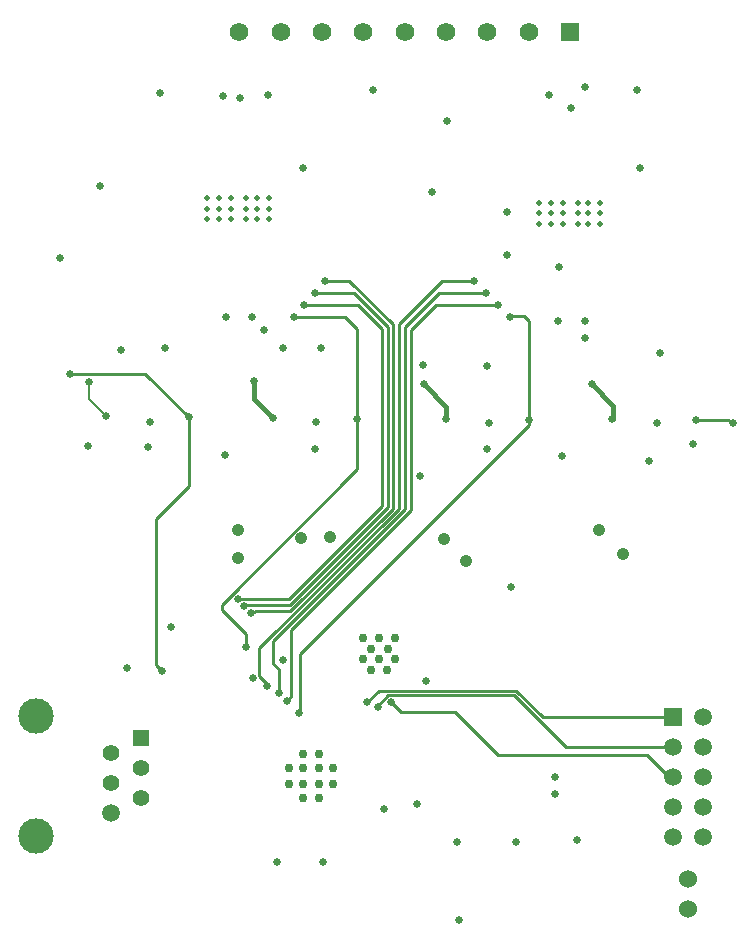
<source format=gbl>
G04*
G04 #@! TF.GenerationSoftware,Altium Limited,Altium Designer,22.10.1 (41)*
G04*
G04 Layer_Physical_Order=4*
G04 Layer_Color=16711680*
%FSLAX24Y24*%
%MOIN*%
G70*
G04*
G04 #@! TF.SameCoordinates,1A49A545-8501-46E2-8B4D-154AAFE9D792*
G04*
G04*
G04 #@! TF.FilePolarity,Positive*
G04*
G01*
G75*
%ADD11C,0.0100*%
%ADD53C,0.0617*%
%ADD54R,0.0617X0.0617*%
%ADD55C,0.0300*%
%ADD56R,0.0591X0.0591*%
%ADD57C,0.0591*%
%ADD58C,0.0200*%
%ADD59C,0.0551*%
%ADD60C,0.1181*%
%ADD61R,0.0551X0.0551*%
%ADD62C,0.0260*%
%ADD63C,0.0600*%
%ADD64C,0.0420*%
%ADD65C,0.0150*%
%ADD66C,0.0060*%
D11*
X13800Y16950D02*
X21437Y24587D01*
Y24731D01*
X13800Y15000D02*
Y16950D01*
X8650Y26300D02*
X10100Y24850D01*
X6150Y26300D02*
X8650D01*
X10100Y22546D02*
Y24850D01*
X28207Y24650D02*
X28250D01*
X28091Y24765D02*
X28207Y24650D01*
X27013Y24765D02*
X28091D01*
X21437Y24731D02*
X21462Y24757D01*
Y28053D01*
X21279Y28235D02*
X21462Y28053D01*
X11200Y18600D02*
X15708Y23108D01*
Y27792D01*
X15300Y28200D02*
X15708Y27792D01*
X9000Y21446D02*
X10100Y22546D01*
X21079Y28235D02*
X21279D01*
X13600Y28200D02*
X15300D01*
X20800D02*
X20831Y28231D01*
X21074D01*
X21079Y28235D01*
X17500Y27750D02*
X18350Y28600D01*
X20400D01*
X17300Y27850D02*
X18450Y29000D01*
X20000D01*
X18550Y29400D02*
X19600D01*
X17100Y27950D02*
X18550Y29400D01*
X15750Y28600D02*
X16550Y27800D01*
X13950Y28600D02*
X15750D01*
X15600Y29000D02*
X16750Y27850D01*
X14300Y29000D02*
X15600D01*
X15450Y29400D02*
X16900Y27950D01*
X14650Y29400D02*
X15450D01*
X12450Y17136D02*
X17100Y21786D01*
X12450Y16213D02*
Y17136D01*
Y16213D02*
X12720Y15943D01*
X13387Y15387D02*
Y15409D01*
X13504Y15526D02*
Y17766D01*
X17500Y21762D01*
X13387Y15409D02*
X13504Y15526D01*
X12927Y16634D02*
Y17401D01*
Y16634D02*
X13100Y16461D01*
X12927Y17401D02*
X17300Y21774D01*
X13100Y15650D02*
Y16461D01*
X12720Y15900D02*
Y15943D01*
X18965Y15035D02*
X20400Y13600D01*
X25367D01*
X26117Y12850D01*
X26250D01*
X16900Y21799D02*
Y27950D01*
X16750Y21861D02*
Y27850D01*
X16550Y21873D02*
Y27800D01*
X9000Y16600D02*
Y21446D01*
Y16600D02*
X9200Y16400D01*
X16400Y15225D02*
X16755Y15580D01*
X16050Y15350D02*
X16430Y15730D01*
X21018D02*
X21898Y14850D01*
X20956Y15580D02*
X22686Y13850D01*
X16430Y15730D02*
X21018D01*
X16755Y15580D02*
X20956D01*
X17165Y15035D02*
X18965D01*
X16850Y15350D02*
X17165Y15035D01*
X13787Y14987D02*
X13800Y15000D01*
X21898Y14850D02*
X26250D01*
X16400Y15200D02*
Y15225D01*
X22686Y13850D02*
X26250D01*
X13027Y10023D02*
X13054Y10004D01*
X13050Y10000D02*
X13054Y10004D01*
X11200Y18413D02*
Y18600D01*
Y18413D02*
X12000Y17613D01*
X11737Y18775D02*
X11742Y18780D01*
X11950Y18550D02*
X11981Y18581D01*
X12000Y17200D02*
Y17613D01*
X12181Y18329D02*
X12212Y18360D01*
X12310D01*
X12320Y18370D01*
X11742Y18780D02*
X13457D01*
X11981Y18581D02*
X13470D01*
X12320Y18370D02*
X13471D01*
X14596Y10000D02*
Y10004D01*
X13470Y18581D02*
X16750Y21861D01*
X13471Y18370D02*
X16900Y21799D01*
X13457Y18780D02*
X16550Y21873D01*
X17500Y21762D02*
Y27750D01*
X17300Y21774D02*
Y27850D01*
X17100Y21786D02*
Y27950D01*
D53*
X15922Y37700D02*
D03*
X17300D02*
D03*
X18678D02*
D03*
X20056D02*
D03*
X21434D02*
D03*
X14544D02*
D03*
X13166D02*
D03*
X11788D02*
D03*
D54*
X22812D02*
D03*
D55*
X16454Y17484D02*
D03*
X13909Y13156D02*
D03*
X14456D02*
D03*
X13909Y12609D02*
D03*
X14456D02*
D03*
X13909Y13621D02*
D03*
X14456D02*
D03*
X13909Y12144D02*
D03*
X14456D02*
D03*
X13444Y13156D02*
D03*
Y12609D02*
D03*
X14920Y13156D02*
D03*
Y12609D02*
D03*
X15927Y17484D02*
D03*
X16980D02*
D03*
X15927Y16783D02*
D03*
X16183Y17134D02*
D03*
X16178Y16433D02*
D03*
X16718D02*
D03*
X16741Y17134D02*
D03*
X16454Y16783D02*
D03*
X16976D02*
D03*
D56*
X26250Y14850D02*
D03*
D57*
X27250D02*
D03*
X26250Y13850D02*
D03*
X27250D02*
D03*
X26250Y12850D02*
D03*
X27250D02*
D03*
X26250Y11850D02*
D03*
X27250D02*
D03*
X26250Y10850D02*
D03*
X27250D02*
D03*
X7503Y11650D02*
D03*
D58*
X21779Y31299D02*
D03*
X22179D02*
D03*
X22579D02*
D03*
X21776Y31991D02*
D03*
Y31641D02*
D03*
X22176Y31991D02*
D03*
Y31641D02*
D03*
X22576D02*
D03*
Y31991D02*
D03*
X23076Y31291D02*
D03*
Y31991D02*
D03*
Y31641D02*
D03*
X23426Y31991D02*
D03*
Y31641D02*
D03*
Y31291D02*
D03*
X23826D02*
D03*
Y31641D02*
D03*
Y31991D02*
D03*
X12776Y32141D02*
D03*
Y31791D02*
D03*
Y31441D02*
D03*
X12376D02*
D03*
Y31791D02*
D03*
Y32141D02*
D03*
X12026Y31791D02*
D03*
Y32141D02*
D03*
Y31441D02*
D03*
X11526Y32141D02*
D03*
Y31791D02*
D03*
X11126D02*
D03*
Y32141D02*
D03*
X10726Y31791D02*
D03*
Y32141D02*
D03*
X11529Y31449D02*
D03*
X11129D02*
D03*
X10729D02*
D03*
D59*
X7503Y13650D02*
D03*
X8503Y12150D02*
D03*
X7503Y12650D02*
D03*
X8503Y13150D02*
D03*
D60*
X5003Y14898D02*
D03*
Y10898D02*
D03*
D61*
X8503Y14150D02*
D03*
D62*
X12600Y27750D02*
D03*
X6150Y26300D02*
D03*
X5800Y30150D02*
D03*
X12750Y35600D02*
D03*
X11250Y35550D02*
D03*
X13900Y33150D02*
D03*
X28250Y24650D02*
D03*
X27013Y24765D02*
D03*
X24222Y24776D02*
D03*
X21462Y24757D02*
D03*
X18679Y24799D02*
D03*
X15708Y24800D02*
D03*
X12914Y24822D02*
D03*
X10100Y24850D02*
D03*
X7350Y24900D02*
D03*
X20800Y28200D02*
D03*
X20400Y28600D02*
D03*
X20000Y29000D02*
D03*
X19600Y29400D02*
D03*
X13600Y28200D02*
D03*
X13950Y28600D02*
D03*
X14300Y29000D02*
D03*
X14650Y29400D02*
D03*
X12231Y16144D02*
D03*
X20700Y31687D02*
D03*
X22850Y35150D02*
D03*
X25050Y35750D02*
D03*
X22435Y29850D02*
D03*
X20700Y30250D02*
D03*
X25800Y27000D02*
D03*
X20050Y26550D02*
D03*
X17900Y26600D02*
D03*
X17942Y25938D02*
D03*
X7850Y27100D02*
D03*
X9300Y27150D02*
D03*
X14500D02*
D03*
X13250D02*
D03*
Y16750D02*
D03*
X12720Y15900D02*
D03*
X22300Y12850D02*
D03*
Y12300D02*
D03*
X17700Y11950D02*
D03*
X23308Y27483D02*
D03*
X19100Y8100D02*
D03*
X23050Y10750D02*
D03*
X19050Y10700D02*
D03*
X21000D02*
D03*
X11800Y35500D02*
D03*
X23300Y28050D02*
D03*
X22400D02*
D03*
X12200Y28200D02*
D03*
X11350D02*
D03*
X18710Y34710D02*
D03*
X22100Y35600D02*
D03*
X9500Y17850D02*
D03*
X9160Y35660D02*
D03*
X16250Y35750D02*
D03*
X25450Y23400D02*
D03*
X8750Y23850D02*
D03*
X14300Y23800D02*
D03*
X20063Y23787D02*
D03*
X26900Y23950D02*
D03*
X18000Y16050D02*
D03*
X20850Y19200D02*
D03*
X16600Y11800D02*
D03*
X13787Y14987D02*
D03*
X13387Y15387D02*
D03*
X9200Y16400D02*
D03*
X8050Y16500D02*
D03*
X11737Y18775D02*
D03*
X11950Y18550D02*
D03*
X12000Y17200D02*
D03*
X12181Y18329D02*
D03*
X13100Y15650D02*
D03*
X16050Y15350D02*
D03*
X16850D02*
D03*
X16400Y15200D02*
D03*
X13054Y10004D02*
D03*
X14596D02*
D03*
X25150Y33150D02*
D03*
X17800Y22900D02*
D03*
X18200Y32350D02*
D03*
X7150Y32550D02*
D03*
X23300Y35850D02*
D03*
X14350Y24700D02*
D03*
X6783Y26008D02*
D03*
X6730Y23869D02*
D03*
X11300Y23600D02*
D03*
X22542Y23540D02*
D03*
X8800Y24700D02*
D03*
X20100Y24650D02*
D03*
X25700D02*
D03*
X23540Y25940D02*
D03*
X12292Y26038D02*
D03*
D63*
X26750Y9450D02*
D03*
Y8450D02*
D03*
D64*
X13841Y20809D02*
D03*
X24571Y20279D02*
D03*
X23779Y21071D02*
D03*
X18629Y20771D02*
D03*
X19351Y20060D02*
D03*
X14809Y20850D02*
D03*
X11750Y20150D02*
D03*
Y21100D02*
D03*
D65*
X24222Y24776D02*
X24243Y24797D01*
Y25061D02*
X24256Y25074D01*
X24243Y24797D02*
Y25061D01*
X24256Y25074D02*
Y25224D01*
X23540Y25940D02*
X24256Y25224D01*
X23540Y25940D02*
X23540Y25940D01*
X18679Y24799D02*
Y25201D01*
X17942Y25938D02*
X18679Y25201D01*
X12292Y25444D02*
X12914Y24822D01*
X12292Y25444D02*
Y26038D01*
D66*
X6783Y25467D02*
Y26008D01*
Y25467D02*
X7350Y24900D01*
M02*

</source>
